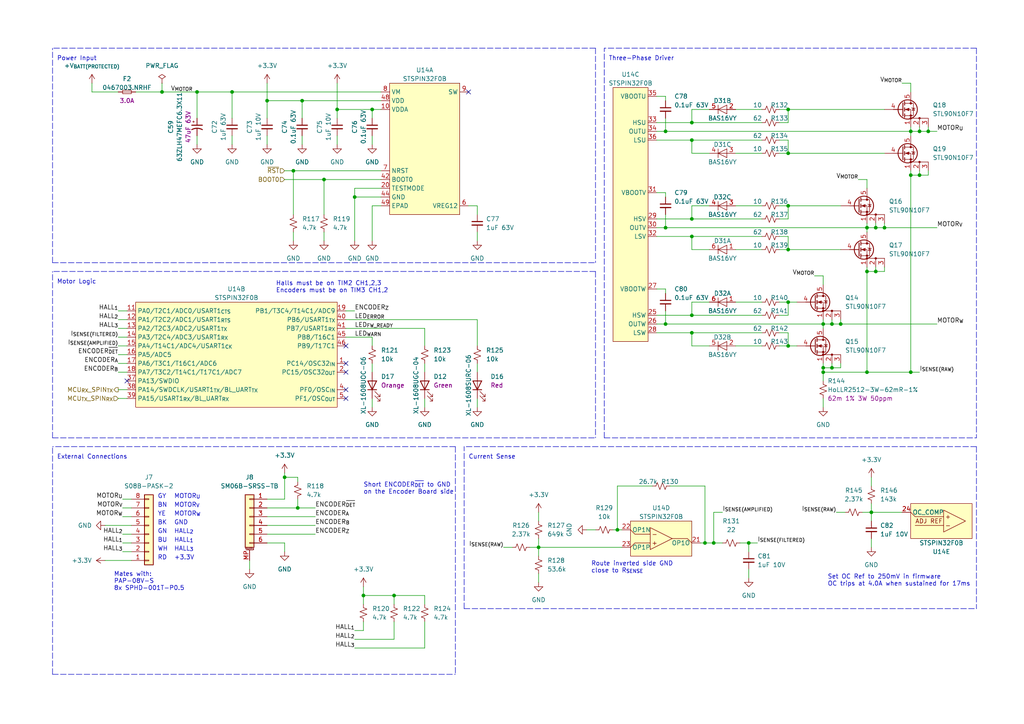
<source format=kicad_sch>
(kicad_sch (version 20230121) (generator eeschema)
  (paper "A4")
  (title_block (title "Control") (date "2023-02-21") (rev "1.0.0") (company "The A-Team (RC SSL)") (comment 1 "W. Stuckey & R. Osawa"))
  (junction (at 243.84 93.98))
  (junction (at 228.6 31.75))
  (junction (at 156.21 158.75))
  (junction (at 200.66 96.52))
  (junction (at 193.04 93.98))
  (junction (at 193.04 38.1))
  (junction (at 228.6 59.69))
  (junction (at 228.6 100.33))
  (junction (at 251.46 66.04))
  (junction (at 238.76 107.95))
  (junction (at 228.6 72.39))
  (junction (at 97.79 31.75))
  (junction (at 241.3 106.68))
  (junction (at 93.98 52.07))
  (junction (at 241.3 93.98))
  (junction (at 86.36 147.32))
  (junction (at 82.55 138.43))
  (junction (at 200.66 68.58))
  (junction (at 264.16 38.1))
  (junction (at 200.66 91.44))
  (junction (at 179.07 153.67))
  (junction (at 254 78.74))
  (junction (at 200.66 35.56))
  (junction (at 114.3 172.72))
  (junction (at 254 66.04))
  (junction (at 238.76 106.68))
  (junction (at 252.73 148.59))
  (junction (at 105.41 172.72))
  (junction (at 264.16 107.95))
  (junction (at 85.09 49.53))
  (junction (at 228.6 87.63))
  (junction (at 77.47 29.21))
  (junction (at 266.7 50.8))
  (junction (at 204.47 157.48))
  (junction (at 251.46 107.95))
  (junction (at 67.31 26.67))
  (junction (at 217.17 157.48))
  (junction (at 264.16 50.8))
  (junction (at 57.15 26.67))
  (junction (at 269.24 38.1))
  (junction (at 102.87 57.15))
  (junction (at 256.54 66.04))
  (junction (at 228.6 44.45))
  (junction (at 251.46 78.74))
  (junction (at 200.66 63.5))
  (junction (at 207.01 157.48))
  (junction (at 107.95 31.75))
  (junction (at 46.99 26.67))
  (junction (at 87.63 29.21))
  (junction (at 193.04 66.04))
  (junction (at 200.66 40.64))
  (junction (at 266.7 38.1))
  (junction (at 238.76 93.98))
  (no_connect (at 100.33 105.41))
  (no_connect (at 100.33 115.57))
  (no_connect (at 36.83 110.49))
  (no_connect (at 100.33 113.03))
  (no_connect (at 135.89 26.67))
  (no_connect (at 100.33 107.95))
  (no_connect (at 100.33 100.33))
  (polyline (pts (xy 15.24 195.58) (xy 15.24 129.54)) (stroke (width 0) (type dash)))
  (wire (pts (xy 264.16 107.95) (xy 251.46 107.95)))
  (wire (pts (xy 200.66 44.45) (xy 200.66 40.64)))
  (polyline (pts (xy 172.72 13.97) (xy 15.24 13.97)) (stroke (width 0) (type dash)))
  (wire (pts (xy 251.46 52.07) (xy 251.46 54.61)))
  (polyline (pts (xy 15.24 76.2) (xy 15.24 13.97)) (stroke (width 0) (type dash)))
  (wire (pts (xy 156.21 158.75) (xy 156.21 161.29)))
  (wire (pts (xy 228.6 68.58) (xy 228.6 72.39)))
  (wire (pts (xy 26.67 24.13) (xy 26.67 26.67)))
  (wire (pts (xy 226.06 31.75) (xy 228.6 31.75)))
  (wire (pts (xy 77.47 154.94) (xy 91.44 154.94)))
  (wire (pts (xy 251.46 77.47) (xy 251.46 78.74)))
  (wire (pts (xy 77.47 29.21) (xy 87.63 29.21)))
  (wire (pts (xy 193.04 55.88) (xy 193.04 57.15)))
  (wire (pts (xy 217.17 157.48) (xy 217.17 160.02)))
  (wire (pts (xy 36.83 97.79) (xy 34.29 97.79)))
  (wire (pts (xy 228.6 40.64) (xy 228.6 44.45)))
  (wire (pts (xy 77.47 39.37) (xy 77.47 41.91)))
  (wire (pts (xy 200.66 72.39) (xy 205.74 72.39)))
  (wire (pts (xy 200.66 87.63) (xy 200.66 91.44)))
  (wire (pts (xy 213.36 87.63) (xy 220.98 87.63)))
  (wire (pts (xy 241.3 92.71) (xy 241.3 93.98)))
  (wire (pts (xy 170.18 153.67) (xy 172.72 153.67)))
  (wire (pts (xy 226.06 59.69) (xy 228.6 59.69)))
  (wire (pts (xy 200.66 91.44) (xy 220.98 91.44)))
  (wire (pts (xy 200.66 59.69) (xy 200.66 63.5)))
  (wire (pts (xy 107.95 97.79) (xy 100.33 97.79)))
  (wire (pts (xy 87.63 29.21) (xy 110.49 29.21)))
  (wire (pts (xy 261.62 24.13) (xy 264.16 24.13)))
  (polyline (pts (xy 172.72 13.97) (xy 172.72 76.2)) (stroke (width 0) (type dash)))
  (wire (pts (xy 77.47 144.78) (xy 82.55 144.78)))
  (wire (pts (xy 123.19 115.57) (xy 123.19 118.11)))
  (wire (pts (xy 251.46 78.74) (xy 254 78.74)))
  (wire (pts (xy 238.76 106.68) (xy 241.3 106.68)))
  (wire (pts (xy 35.56 160.02) (xy 38.1 160.02)))
  (wire (pts (xy 93.98 52.07) (xy 110.49 52.07)))
  (wire (pts (xy 87.63 39.37) (xy 87.63 41.91)))
  (wire (pts (xy 269.24 49.53) (xy 269.24 50.8)))
  (polyline (pts (xy 15.24 195.58) (xy 132.08 195.58)) (stroke (width 0) (type dash)))
  (wire (pts (xy 256.54 77.47) (xy 256.54 78.74)))
  (wire (pts (xy 35.56 144.78) (xy 38.1 144.78)))
  (wire (pts (xy 193.04 93.98) (xy 193.04 90.17)))
  (wire (pts (xy 256.54 64.77) (xy 256.54 66.04)))
  (wire (pts (xy 271.78 66.04) (xy 256.54 66.04)))
  (wire (pts (xy 190.5 91.44) (xy 200.66 91.44)))
  (wire (pts (xy 114.3 172.72) (xy 123.19 172.72)))
  (polyline (pts (xy 172.72 78.74) (xy 15.24 78.74)) (stroke (width 0) (type dash)))
  (wire (pts (xy 203.2 157.48) (xy 204.47 157.48)))
  (wire (pts (xy 241.3 93.98) (xy 243.84 93.98)))
  (wire (pts (xy 35.56 154.94) (xy 38.1 154.94)))
  (polyline (pts (xy 283.21 13.97) (xy 283.21 127)) (stroke (width 0) (type dash)))
  (wire (pts (xy 34.29 113.03) (xy 36.83 113.03)))
  (wire (pts (xy 87.63 29.21) (xy 87.63 34.29)))
  (wire (pts (xy 243.84 92.71) (xy 243.84 93.98)))
  (polyline (pts (xy 132.08 129.54) (xy 15.24 129.54)) (stroke (width 0) (type dash)))
  (wire (pts (xy 100.33 92.71) (xy 138.43 92.71)))
  (wire (pts (xy 190.5 63.5) (xy 200.66 63.5)))
  (wire (pts (xy 100.33 90.17) (xy 102.87 90.17)))
  (wire (pts (xy 248.92 52.07) (xy 251.46 52.07)))
  (wire (pts (xy 238.76 115.57) (xy 238.76 118.11)))
  (wire (pts (xy 213.36 100.33) (xy 220.98 100.33)))
  (polyline (pts (xy 175.26 127) (xy 175.26 13.97)) (stroke (width 0) (type dash)))
  (wire (pts (xy 226.06 100.33) (xy 228.6 100.33)))
  (wire (pts (xy 193.04 38.1) (xy 264.16 38.1)))
  (wire (pts (xy 34.29 90.17) (xy 36.83 90.17)))
  (wire (pts (xy 228.6 59.69) (xy 228.6 63.5)))
  (wire (pts (xy 177.8 153.67) (xy 179.07 153.67)))
  (wire (pts (xy 156.21 158.75) (xy 180.34 158.75)))
  (wire (pts (xy 86.36 144.78) (xy 86.36 147.32)))
  (wire (pts (xy 228.6 31.75) (xy 228.6 35.56)))
  (wire (pts (xy 35.56 147.32) (xy 38.1 147.32)))
  (wire (pts (xy 200.66 100.33) (xy 200.66 96.52)))
  (wire (pts (xy 93.98 52.07) (xy 93.98 62.23)))
  (wire (pts (xy 228.6 87.63) (xy 231.14 87.63)))
  (wire (pts (xy 226.06 40.64) (xy 228.6 40.64)))
  (wire (pts (xy 238.76 92.71) (xy 238.76 93.98)))
  (wire (pts (xy 226.06 44.45) (xy 228.6 44.45)))
  (wire (pts (xy 190.5 35.56) (xy 200.66 35.56)))
  (wire (pts (xy 138.43 67.31) (xy 138.43 69.85)))
  (wire (pts (xy 67.31 39.37) (xy 67.31 41.91)))
  (wire (pts (xy 238.76 106.68) (xy 238.76 107.95)))
  (wire (pts (xy 46.99 24.13) (xy 46.99 26.67)))
  (wire (pts (xy 138.43 105.41) (xy 138.43 107.95)))
  (wire (pts (xy 243.84 105.41) (xy 243.84 106.68)))
  (wire (pts (xy 138.43 92.71) (xy 138.43 100.33)))
  (wire (pts (xy 57.15 26.67) (xy 57.15 34.29)))
  (wire (pts (xy 266.7 49.53) (xy 266.7 50.8)))
  (wire (pts (xy 217.17 165.1) (xy 217.17 167.64)))
  (wire (pts (xy 156.21 166.37) (xy 156.21 168.91)))
  (wire (pts (xy 193.04 83.82) (xy 193.04 85.09)))
  (wire (pts (xy 264.16 50.8) (xy 266.7 50.8)))
  (polyline (pts (xy 15.24 127) (xy 172.72 127)) (stroke (width 0) (type dash)))
  (wire (pts (xy 82.55 144.78) (xy 82.55 138.43)))
  (wire (pts (xy 156.21 148.59) (xy 156.21 151.13)))
  (wire (pts (xy 254 77.47) (xy 254 78.74)))
  (wire (pts (xy 105.41 180.34) (xy 105.41 182.88)))
  (wire (pts (xy 190.5 40.64) (xy 200.66 40.64)))
  (wire (pts (xy 85.09 67.31) (xy 85.09 69.85)))
  (wire (pts (xy 107.95 39.37) (xy 107.95 41.91)))
  (wire (pts (xy 138.43 115.57) (xy 138.43 118.11)))
  (wire (pts (xy 67.31 26.67) (xy 67.31 34.29)))
  (wire (pts (xy 238.76 93.98) (xy 241.3 93.98)))
  (wire (pts (xy 82.55 49.53) (xy 85.09 49.53)))
  (wire (pts (xy 114.3 180.34) (xy 114.3 185.42)))
  (wire (pts (xy 102.87 54.61) (xy 102.87 57.15)))
  (polyline (pts (xy 283.21 129.54) (xy 283.21 176.53)) (stroke (width 0) (type dash)))
  (wire (pts (xy 123.19 172.72) (xy 123.19 175.26)))
  (wire (pts (xy 228.6 31.75) (xy 256.54 31.75)))
  (wire (pts (xy 138.43 59.69) (xy 138.43 62.23)))
  (wire (pts (xy 179.07 153.67) (xy 179.07 140.97)))
  (wire (pts (xy 264.16 38.1) (xy 264.16 39.37)))
  (wire (pts (xy 36.83 100.33) (xy 34.29 100.33)))
  (wire (pts (xy 35.56 149.86) (xy 38.1 149.86)))
  (wire (pts (xy 179.07 140.97) (xy 189.23 140.97)))
  (wire (pts (xy 190.5 96.52) (xy 200.66 96.52)))
  (wire (pts (xy 82.55 52.07) (xy 93.98 52.07)))
  (wire (pts (xy 264.16 36.83) (xy 264.16 38.1)))
  (wire (pts (xy 105.41 172.72) (xy 105.41 175.26)))
  (wire (pts (xy 77.47 147.32) (xy 86.36 147.32)))
  (wire (pts (xy 107.95 115.57) (xy 107.95 118.11)))
  (wire (pts (xy 190.5 55.88) (xy 193.04 55.88)))
  (wire (pts (xy 93.98 67.31) (xy 93.98 69.85)))
  (wire (pts (xy 269.24 38.1) (xy 271.78 38.1)))
  (wire (pts (xy 46.99 26.67) (xy 57.15 26.67)))
  (wire (pts (xy 238.76 105.41) (xy 238.76 106.68)))
  (wire (pts (xy 82.55 138.43) (xy 82.55 137.16)))
  (wire (pts (xy 190.5 93.98) (xy 193.04 93.98)))
  (wire (pts (xy 193.04 38.1) (xy 193.04 34.29)))
  (wire (pts (xy 86.36 138.43) (xy 82.55 138.43)))
  (wire (pts (xy 205.74 31.75) (xy 200.66 31.75)))
  (wire (pts (xy 102.87 57.15) (xy 102.87 69.85)))
  (wire (pts (xy 254 78.74) (xy 256.54 78.74)))
  (wire (pts (xy 213.36 72.39) (xy 220.98 72.39)))
  (wire (pts (xy 228.6 59.69) (xy 243.84 59.69)))
  (wire (pts (xy 213.36 59.69) (xy 220.98 59.69)))
  (wire (pts (xy 205.74 59.69) (xy 200.66 59.69)))
  (wire (pts (xy 228.6 44.45) (xy 256.54 44.45)))
  (wire (pts (xy 226.06 72.39) (xy 228.6 72.39)))
  (wire (pts (xy 193.04 27.94) (xy 193.04 29.21)))
  (wire (pts (xy 34.29 95.25) (xy 36.83 95.25)))
  (wire (pts (xy 238.76 107.95) (xy 238.76 110.49)))
  (wire (pts (xy 238.76 93.98) (xy 238.76 95.25)))
  (wire (pts (xy 238.76 80.01) (xy 238.76 82.55)))
  (polyline (pts (xy 172.72 78.74) (xy 172.72 127)) (stroke (width 0) (type dash)))
  (wire (pts (xy 200.66 31.75) (xy 200.66 35.56)))
  (wire (pts (xy 251.46 107.95) (xy 251.46 78.74)))
  (wire (pts (xy 102.87 187.96) (xy 123.19 187.96)))
  (polyline (pts (xy 15.24 76.2) (xy 172.72 76.2)) (stroke (width 0) (type dash)))
  (wire (pts (xy 105.41 170.18) (xy 105.41 172.72)))
  (polyline (pts (xy 134.62 176.53) (xy 134.62 129.54)) (stroke (width 0) (type dash)))
  (wire (pts (xy 250.19 148.59) (xy 252.73 148.59)))
  (wire (pts (xy 200.66 63.5) (xy 220.98 63.5)))
  (wire (pts (xy 36.83 107.95) (xy 34.29 107.95)))
  (wire (pts (xy 254 64.77) (xy 254 66.04)))
  (wire (pts (xy 264.16 24.13) (xy 264.16 26.67)))
  (wire (pts (xy 200.66 72.39) (xy 200.66 68.58)))
  (wire (pts (xy 194.31 140.97) (xy 204.47 140.97)))
  (wire (pts (xy 57.15 26.67) (xy 67.31 26.67)))
  (wire (pts (xy 190.5 38.1) (xy 193.04 38.1)))
  (wire (pts (xy 204.47 157.48) (xy 207.01 157.48)))
  (wire (pts (xy 251.46 66.04) (xy 254 66.04)))
  (wire (pts (xy 67.31 26.67) (xy 110.49 26.67)))
  (wire (pts (xy 34.29 115.57) (xy 36.83 115.57)))
  (wire (pts (xy 252.73 138.43) (xy 252.73 140.97)))
  (wire (pts (xy 226.06 68.58) (xy 228.6 68.58)))
  (wire (pts (xy 228.6 96.52) (xy 228.6 100.33)))
  (wire (pts (xy 107.95 105.41) (xy 107.95 107.95)))
  (wire (pts (xy 156.21 156.21) (xy 156.21 158.75)))
  (wire (pts (xy 205.74 87.63) (xy 200.66 87.63)))
  (wire (pts (xy 86.36 139.7) (xy 86.36 138.43)))
  (wire (pts (xy 236.22 80.01) (xy 238.76 80.01)))
  (wire (pts (xy 36.83 102.87) (xy 34.29 102.87)))
  (wire (pts (xy 86.36 147.32) (xy 91.44 147.32)))
  (wire (pts (xy 107.95 59.69) (xy 107.95 69.85)))
  (wire (pts (xy 110.49 57.15) (xy 102.87 57.15)))
  (wire (pts (xy 72.39 162.56) (xy 72.39 165.1)))
  (wire (pts (xy 207.01 148.59) (xy 207.01 157.48)))
  (wire (pts (xy 85.09 49.53) (xy 85.09 62.23)))
  (wire (pts (xy 146.05 158.75) (xy 148.59 158.75)))
  (wire (pts (xy 207.01 157.48) (xy 209.55 157.48)))
  (wire (pts (xy 97.79 39.37) (xy 97.79 41.91)))
  (wire (pts (xy 241.3 105.41) (xy 241.3 106.68)))
  (wire (pts (xy 200.66 35.56) (xy 220.98 35.56)))
  (wire (pts (xy 100.33 95.25) (xy 123.19 95.25)))
  (wire (pts (xy 107.95 100.33) (xy 107.95 97.79)))
  (wire (pts (xy 123.19 180.34) (xy 123.19 187.96)))
  (wire (pts (xy 266.7 50.8) (xy 269.24 50.8)))
  (wire (pts (xy 269.24 36.83) (xy 269.24 38.1)))
  (wire (pts (xy 153.67 158.75) (xy 156.21 158.75)))
  (wire (pts (xy 200.66 68.58) (xy 220.98 68.58)))
  (wire (pts (xy 241.3 106.68) (xy 243.84 106.68)))
  (wire (pts (xy 105.41 172.72) (xy 114.3 172.72)))
  (wire (pts (xy 30.48 152.4) (xy 38.1 152.4)))
  (wire (pts (xy 251.46 64.77) (xy 251.46 66.04)))
  (wire (pts (xy 226.06 91.44) (xy 228.6 91.44)))
  (wire (pts (xy 102.87 182.88) (xy 105.41 182.88)))
  (wire (pts (xy 77.47 149.86) (xy 91.44 149.86)))
  (wire (pts (xy 238.76 107.95) (xy 251.46 107.95)))
  (wire (pts (xy 193.04 93.98) (xy 238.76 93.98)))
  (wire (pts (xy 226.06 96.52) (xy 228.6 96.52)))
  (wire (pts (xy 82.55 157.48) (xy 82.55 160.02)))
  (wire (pts (xy 39.37 26.67) (xy 46.99 26.67)))
  (wire (pts (xy 200.66 40.64) (xy 220.98 40.64)))
  (wire (pts (xy 77.47 24.13) (xy 77.47 29.21)))
  (wire (pts (xy 228.6 72.39) (xy 243.84 72.39)))
  (wire (pts (xy 264.16 38.1) (xy 266.7 38.1)))
  (wire (pts (xy 190.5 66.04) (xy 193.04 66.04)))
  (wire (pts (xy 85.09 49.53) (xy 110.49 49.53)))
  (wire (pts (xy 35.56 157.48) (xy 38.1 157.48)))
  (wire (pts (xy 107.95 31.75) (xy 110.49 31.75)))
  (wire (pts (xy 252.73 156.21) (xy 252.73 158.75)))
  (wire (pts (xy 97.79 31.75) (xy 107.95 31.75)))
  (wire (pts (xy 123.19 105.41) (xy 123.19 107.95)))
  (wire (pts (xy 190.5 27.94) (xy 193.04 27.94)))
  (wire (pts (xy 228.6 100.33) (xy 231.14 100.33)))
  (wire (pts (xy 264.16 49.53) (xy 264.16 50.8)))
  (wire (pts (xy 110.49 54.61) (xy 102.87 54.61)))
  (wire (pts (xy 213.36 31.75) (xy 220.98 31.75)))
  (wire (pts (xy 110.49 59.69) (xy 107.95 59.69)))
  (wire (pts (xy 264.16 107.95) (xy 266.7 107.95)))
  (wire (pts (xy 226.06 35.56) (xy 228.6 35.56)))
  (polyline (pts (xy 134.62 176.53) (xy 283.21 176.53)) (stroke (width 0) (type dash)))
  (wire (pts (xy 214.63 157.48) (xy 217.17 157.48)))
  (wire (pts (xy 30.48 162.56) (xy 38.1 162.56)))
  (wire (pts (xy 77.47 152.4) (xy 91.44 152.4)))
  (wire (pts (xy 243.84 93.98) (xy 271.78 93.98)))
  (wire (pts (xy 107.95 31.75) (xy 107.95 34.29)))
  (wire (pts (xy 213.36 44.45) (xy 220.98 44.45)))
  (wire (pts (xy 254 66.04) (xy 256.54 66.04)))
  (wire (pts (xy 190.5 83.82) (xy 193.04 83.82)))
  (wire (pts (xy 217.17 157.48) (xy 219.71 157.48)))
  (wire (pts (xy 209.55 148.59) (xy 207.01 148.59)))
  (wire (pts (xy 97.79 24.13) (xy 97.79 31.75)))
  (wire (pts (xy 97.79 31.75) (xy 97.79 34.29)))
  (wire (pts (xy 34.29 92.71) (xy 36.83 92.71)))
  (polyline (pts (xy 283.21 13.97) (xy 175.26 13.97)) (stroke (width 0) (type dash)))
  (polyline (pts (xy 175.26 127) (xy 283.21 127)) (stroke (width 0) (type dash)))
  (polyline (pts (xy 132.08 129.54) (xy 132.08 195.58)) (stroke (width 0) (type dash)))
  (wire (pts (xy 57.15 39.37) (xy 57.15 41.91)))
  (wire (pts (xy 242.57 148.59) (xy 245.11 148.59)))
  (wire (pts (xy 226.06 87.63) (xy 228.6 87.63)))
  (wire (pts (xy 266.7 38.1) (xy 269.24 38.1)))
  (wire (pts (xy 114.3 172.72) (xy 114.3 175.26)))
  (wire (pts (xy 36.83 105.41) (xy 34.29 105.41)))
  (polyline (pts (xy 15.24 127) (xy 15.24 78.74)) (stroke (width 0) (type dash)))
  (wire (pts (xy 26.67 26.67) (xy 34.29 26.67)))
  (wire (pts (xy 190.5 68.58) (xy 200.66 68.58)))
  (wire (pts (xy 252.73 148.59) (xy 261.62 148.59)))
  (wire (pts (xy 264.16 50.8) (xy 264.16 107.95)))
  (wire (pts (xy 205.74 44.45) (xy 200.66 44.45)))
  (wire (pts (xy 252.73 148.59) (xy 252.73 151.13)))
  (wire (pts (xy 193.04 66.04) (xy 193.04 62.23)))
  (wire (pts (xy 77.47 29.21) (xy 77.47 34.29)))
  (wire (pts (xy 77.47 157.48) (xy 82.55 157.48)))
  (wire (pts (xy 251.46 66.04) (xy 251.46 67.31)))
  (wire (pts (xy 266.7 36.83) (xy 266.7 38.1)))
  (wire (pts (xy 193.04 66.04) (xy 251.46 66.04)))
  (wire (pts (xy 123.19 95.25) (xy 123.19 100.33)))
  (wire (pts (xy 135.89 59.69) (xy 138.43 59.69)))
  (wire (pts (xy 179.07 153.67) (xy 180.34 153.67)))
  (wire (pts (xy 252.73 146.05) (xy 252.73 148.59)))
  (wire (pts (xy 228.6 87.63) (xy 228.6 91.44)))
  (wire (pts (xy 205.74 100.33) (xy 200.66 100.33)))
  (wire (pts (xy 200.66 96.52) (xy 220.98 96.52)))
  (polyline (pts (xy 283.21 129.54) (xy 134.62 129.54)) (stroke (width 0) (type dash)))
  (wire (pts (xy 226.06 63.5) (xy 228.6 63.5)))
  (wire (pts (xy 102.87 185.42) (xy 114.3 185.42)))
  (wire (pts (xy 204.47 157.48) (xy 204.47 140.97)))
  (text "Short ENCODER_{~{DET}} to GND\non the Encoder Board side" (at 105.41 143.51 0) (effects (font (size 1.27 1.27)) (justify left bottom)))
  (text "GY	MOTOR_{U}" (at 45.72 144.78 0) (effects (font (size 1.27 1.27)) (justify left bottom)))
  (text "YE	MOTOR_{W}" (at 45.72 149.86 0) (effects (font (size 1.27 1.27)) (justify left bottom)))
  (text "Halls must be on TIM2 CH1,2,3\nEncoders must be on TIM3 CH1,2" (at 80.01 85.09 0) (effects (font (size 1.27 1.27)) (justify left bottom)))
  (text "GN	HALL_{2}" (at 45.72 154.94 0) (effects (font (size 1.27 1.27)) (justify left bottom)))
  (text "RD	+3.3V" (at 45.72 162.56 0) (effects (font (size 1.27 1.27)) (justify left bottom)))
  (text "BN	MOTOR_{V}" (at 45.72 147.32 0) (effects (font (size 1.27 1.27)) (justify left bottom)))
  (text "Current Sense" (at 135.89 133.35 0) (effects (font (size 1.27 1.27)) (justify left bottom)))
  (text "Set OC Ref to 250mV in firmware\nOC trips at 4.0A when sustained for 17ms" (at 240.03 170.18 0) (effects (font (size 1.27 1.27)) (justify left bottom)))
  (text "External Connections" (at 16.51 133.35 0) (effects (font (size 1.27 1.27)) (justify left bottom)))
  (text "Mates with:\nPAP-08V-S\n8x SPHD-001T-P0.5" (at 33.02 171.45 0) (effects (font (size 1.27 1.27)) (justify left bottom)))
  (text "BU	HALL_{1}" (at 45.72 157.48 0) (effects (font (size 1.27 1.27)) (justify left bottom)))
  (text "BK	GND" (at 45.72 152.4 0) (effects (font (size 1.27 1.27)) (justify left bottom)))
  (text "Route inverted side GND\nclose to R_{SENSE}" (at 171.45 166.37 0) (effects (font (size 1.27 1.27)) (justify left bottom)))
  (text "WH	HALL_{3}" (at 45.72 160.02 0) (effects (font (size 1.27 1.27)) (justify left bottom)))
  (text "Motor Logic" (at 16.51 82.55 0) (effects (font (size 1.27 1.27)) (justify left bottom)))
  (text "Power Input" (at 16.51 17.78 0) (effects (font (size 1.27 1.27)) (justify left bottom)))
  (text "Three-Phase Driver" (at 176.53 17.78 0) (effects (font (size 1.27 1.27)) (justify left bottom)))
  (label "MOTOR_{V}" (at 271.78 66.04 0))
  (label "MOTOR_{U}" (at 35.56 144.78 180))
  (label "HALL_{2}" (at 102.87 185.42 180))
  (label "V_{MOTOR}" (at 248.92 52.07 180))
  (label "V_{MOTOR}" (at 261.62 24.13 180))
  (label "HALL_{3}" (at 34.29 95.25 180))
  (label "V_{MOTOR}" (at 49.53 26.67 0))
  (label "ENCODER_{~{DET}}" (at 91.44 147.32 0))
  (label "ENCODER_{Z}" (at 91.44 154.94 0))
  (label "I_{SENSE(AMPLIFIED)}" (at 209.55 148.59 0))
  (label "ENCODER_{A}" (at 34.29 105.41 180))
  (label "MOTOR_{U}" (at 271.78 38.1 0))
  (label "ENCODER_{A}" (at 91.44 149.86 0))
  (label "LED_{ERROR}" (at 102.87 92.71 0))
  (label "MOTOR_{W}" (at 35.56 149.86 180))
  (label "HALL_{2}" (at 35.56 154.94 180))
  (label "I_{SENSE(FILTERED)}" (at 219.71 157.48 0))
  (label "I_{SENSE(FILTERED)}" (at 34.29 97.79 180))
  (label "MOTOR_{W}" (at 271.78 93.98 0))
  (label "I_{SENSE(RAW)}" (at 146.05 158.75 180))
  (label "ENCODER_{Z}" (at 102.87 90.17 0))
  (label "V_{MOTOR}" (at 236.22 80.01 180))
  (label "I_{SENSE(RAW)}" (at 242.57 148.59 180))
  (label "HALL_{1}" (at 35.56 157.48 180))
  (label "ENCODER_{B}" (at 91.44 152.4 0))
  (label "HALL_{1}" (at 102.87 182.88 180))
  (label "HALL_{3}" (at 102.87 187.96 180))
  (label "I_{SENSE(AMPLIFIED)}" (at 34.29 100.33 180))
  (label "HALL_{2}" (at 34.29 92.71 180))
  (label "ENCODER_{B}" (at 34.29 107.95 180))
  (label "LED_{FW_READY}" (at 102.87 95.25 0))
  (label "LED_{WARN}" (at 102.87 97.79 0))
  (label "HALL_{1}" (at 34.29 90.17 180))
  (label "HALL_{3}" (at 35.56 160.02 180))
  (label "MOTOR_{V}" (at 35.56 147.32 180))
  (label "I_{SENSE(RAW)}" (at 266.7 107.95 0))
  (label "ENCODER_{~{DET}}" (at 34.29 102.87 180))
  (hierarchical_label "~{RST}" (shape input) (at 82.55 49.53 180))
  (hierarchical_label "MCU_{RX}_SPIN_{TX}" (shape output) (at 34.29 113.03 180))
  (hierarchical_label "BOOT0" (shape input) (at 82.55 52.07 180))
  (hierarchical_label "MCU_{TX}_SPIN_{RX}" (shape input) (at 34.29 115.57 180))
  (symbol (lib_id "Diode:BAS16VY") (at 209.55 72.39 0) (unit 1)
    (property "Reference" "D31" (at 209.55 69.85 0))
    (property "Value" "BAS16VY" (at 209.55 74.93 0))
    (property "Footprint" "Package_TO_SOT_SMD:SOT-363_SC-70-6" (effects hide))
    (property "Datasheet" "https://assets.nexperia.com/documents/data-sheet/BAS16_SER.pdf" (effects hide))
    (instances (project "control" (path "" (reference "D31") (unit 1)) (path "" (reference "D26") (unit 1)) (path "" (reference "D41") (unit 1)) (path "" (reference "D36") (unit 1)) (path "" (reference "D46") (unit 1))))
  )
  (symbol (lib_id "Device:LED") (at 107.95 111.76 90) (unit 1)
    (property "Reference" "D17" (at 110.49 109.22 90) (effects (justify right)))
    (property "Value" "XL-1608UOC-06" (at 105.41 111.76 0))
    (property "Footprint" "AT-LED:LED0603" (effects hide))
    (property "Value2" "Orange" (at 110.49 111.76 90) (effects (justify right)))
    (instances (project "control" (path "" (reference "D17") (unit 1)) (path "" (reference "D23") (unit 1)) (path "" (reference "D28") (unit 1)) (path "" (reference "D33") (unit 1)) (path "" (reference "D38") (unit 1)) (path "" (reference "D43") (unit 1))))
  )
  (symbol (lib_id "power:GND") (at 107.95 69.85 0) (unit 1)
    (property "Reference" "#PWR0188" (effects hide))
    (property "Value" "GND" (at 107.95 74.93 0))
    (instances (project "control" (path "" (reference "#PWR0188") (unit 1)) (path "" (reference "#PWR0158") (unit 1)) (path "" (reference "#PWR0248") (unit 1)) (path "" (reference "#PWR0218") (unit 1)) (path "" (reference "#PWR0278") (unit 1))))
  )
  (symbol (lib_id "AT-Transistors:Q_NMOS_SGD_PowerPAK") (at 236.22 87.63 0) (unit 1)
    (property "Reference" "Q14" (at 245.11 86.3599 0) (effects (justify left)))
    (property "Value" "STL90N10F7" (at 245.11 88.8999 0) (effects (justify left)))
    (property "Footprint" "AT-Discrete:PowerFLAT_5x6" (effects hide))
    (instances (project "control" (path "" (reference "Q14") (unit 1)) (path "" (reference "Q8") (unit 1)) (path "" (reference "Q26") (unit 1)) (path "" (reference "Q20") (unit 1)) (path "" (reference "Q32") (unit 1))))
  )
  (symbol (lib_id "power:GND") (at 156.21 168.91 0) (unit 1)
    (property "Reference" "#PWR0194" (effects hide))
    (property "Value" "GND" (at 156.21 173.99 0))
    (instances (project "control" (path "" (reference "#PWR0194") (unit 1)) (path "" (reference "#PWR0164") (unit 1)) (path "" (reference "#PWR0254") (unit 1)) (path "" (reference "#PWR0224") (unit 1)) (path "" (reference "#PWR0284") (unit 1))))
  )
  (symbol (lib_id "Device:Fuse_Small") (at 36.83 26.67 0) (unit 1)
    (property "Reference" "F2" (at 36.83 22.86 0))
    (property "Value" "0467003.NRHF\n" (at 36.83 25.4 0))
    (property "Footprint" "Fuse:Fuse_0603_1608Metric" (effects hide))
    (property "Value2" "3.0A" (at 36.83 29.21 0))
    (instances (project "kicker" (path "" (reference "F2") (unit 1))) (project "control" (path "" (reference "F4") (unit 1)) (path "" (reference "F10") (unit 1)) (path "" (reference "F11") (unit 1)) (path "" (reference "F12") (unit 1)) (path "" (reference "F13") (unit 1)) (path "" (reference "F14") (unit 1))))
  )
  (symbol (lib_id "Diode:BAS16VY") (at 209.55 87.63 0) (unit 1)
    (property "Reference" "D32" (at 209.55 85.09 0))
    (property "Value" "BAS16VY" (at 209.55 90.17 0))
    (property "Footprint" "Package_TO_SOT_SMD:SOT-363_SC-70-6" (effects hide))
    (property "Datasheet" "https://assets.nexperia.com/documents/data-sheet/BAS16_SER.pdf" (effects hide))
    (instances (project "control" (path "" (reference "D32") (unit 1)) (path "" (reference "D27") (unit 1)) (path "" (reference "D42") (unit 1)) (path "" (reference "D37") (unit 1)) (path "" (reference "D47") (unit 1))))
  )
  (symbol (lib_id "Device:R_Small_US") (at 223.52 72.39 90) (unit 1)
    (property "Reference" "R139" (at 226.06 71.12 90))
    (property "Value" "10" (at 219.71 71.12 90))
    (property "Footprint" "Resistor_SMD:R_0402_1005Metric" (effects hide))
    (instances (project "control" (path "" (reference "R139") (unit 1)) (path "" (reference "R109") (unit 1)) (path "" (reference "R199") (unit 1)) (path "" (reference "R169") (unit 1)) (path "" (reference "R229") (unit 1))))
  )
  (symbol (lib_id "Connector_Generic:Conn_01x08") (at 43.18 154.94 0) (mirror x) (unit 1)
    (property "Reference" "J7" (at 43.18 138.43 0))
    (property "Value" "S08B-PASK-2" (at 43.18 140.97 0))
    (property "Footprint" "AT-Connectors:JST_PA_S08B-PASK-2_1x08_P2.00mm_Horizontal" (effects hide))
    (instances (project "control" (path "" (reference "J7") (unit 1)) (path "" (reference "J5") (unit 1)) (path "" (reference "J9") (unit 1)) (path "" (reference "J11") (unit 1)) (path "" (reference "J13") (unit 1))))
  )
  (symbol (lib_id "power:GND") (at 217.17 167.64 0) (unit 1)
    (property "Reference" "#PWR0196" (effects hide))
    (property "Value" "GND" (at 217.17 172.72 0))
    (instances (project "control" (path "" (reference "#PWR0196") (unit 1)) (path "" (reference "#PWR0166") (unit 1)) (path "" (reference "#PWR0256") (unit 1)) (path "" (reference "#PWR0226") (unit 1)) (path "" (reference "#PWR0286") (unit 1))))
  )
  (symbol (lib_id "power:GND") (at 30.48 152.4 270) (mirror x) (unit 1)
    (property "Reference" "#PWR0171" (effects hide))
    (property "Value" "GND" (at 26.67 152.4 90) (effects (justify right)))
    (instances (project "control" (path "" (reference "#PWR0171") (unit 1)) (path "" (reference "#PWR0141") (unit 1)) (path "" (reference "#PWR0231") (unit 1)) (path "" (reference "#PWR0201") (unit 1)) (path "" (reference "#PWR0261") (unit 1))))
  )
  (symbol (lib_id "Diode:BAS16VY") (at 209.55 100.33 0) (unit 2)
    (property "Reference" "D32" (at 209.55 97.79 0))
    (property "Value" "BAS16VY" (at 209.55 102.87 0))
    (property "Footprint" "Package_TO_SOT_SMD:SOT-363_SC-70-6" (effects hide))
    (property "Datasheet" "https://assets.nexperia.com/documents/data-sheet/BAS16_SER.pdf" (effects hide))
    (instances (project "control" (path "" (reference "D32") (unit 2)) (path "" (reference "D27") (unit 2)) (path "" (reference "D42") (unit 2)) (path "" (reference "D37") (unit 2)) (path "" (reference "D47") (unit 2))))
  )
  (symbol (lib_id "power:GND") (at 107.95 41.91 0) (unit 1)
    (property "Reference" "#PWR0187" (effects hide))
    (property "Value" "GND" (at 107.95 46.99 0))
    (instances (project "control" (path "" (reference "#PWR0187") (unit 1)) (path "" (reference "#PWR0157") (unit 1)) (path "" (reference "#PWR0247") (unit 1)) (path "" (reference "#PWR0217") (unit 1)) (path "" (reference "#PWR0277") (unit 1))))
  )
  (symbol (lib_id "Device:C_Small") (at 67.31 36.83 0) (unit 1)
    (property "Reference" "C72" (at 62.23 36.83 90))
    (property "Value" "1uF 63V" (at 64.77 36.83 90))
    (property "Footprint" "Capacitor_SMD:C_1206_3216Metric" (effects hide))
    (instances (project "control" (path "" (reference "C72") (unit 1)) (path "" (reference "C60") (unit 1)) (path "" (reference "C96") (unit 1)) (path "" (reference "C84") (unit 1)) (path "" (reference "C108") (unit 1))))
  )
  (symbol (lib_id "power:+3.3V") (at 97.79 24.13 0) (unit 1)
    (property "Reference" "#PWR0183" (effects hide))
    (property "Value" "+3.3V" (at 97.79 19.05 0))
    (instances (project "control" (path "" (reference "#PWR0183") (unit 1)) (path "" (reference "#PWR0153") (unit 1)) (path "" (reference "#PWR0243") (unit 1)) (path "" (reference "#PWR0213") (unit 1)) (path "" (reference "#PWR0273") (unit 1))))
  )
  (symbol (lib_id "Device:R_Small_US") (at 223.52 100.33 90) (unit 1)
    (property "Reference" "R143" (at 226.06 99.06 90))
    (property "Value" "10" (at 219.71 99.06 90))
    (property "Footprint" "Resistor_SMD:R_0402_1005Metric" (effects hide))
    (instances (project "control" (path "" (reference "R143") (unit 1)) (path "" (reference "R113") (unit 1)) (path "" (reference "R203") (unit 1)) (path "" (reference "R173") (unit 1)) (path "" (reference "R233") (unit 1))))
  )
  (symbol (lib_id "Device:R_Small_US") (at 223.52 40.64 90) (unit 1)
    (property "Reference" "R134" (at 226.06 39.37 90))
    (property "Value" "62" (at 219.71 39.37 90))
    (property "Footprint" "Resistor_SMD:R_0402_1005Metric" (effects hide))
    (instances (project "control" (path "" (reference "R134") (unit 1)) (path "" (reference "R104") (unit 1)) (path "" (reference "R194") (unit 1)) (path "" (reference "R164") (unit 1)) (path "" (reference "R224") (unit 1))))
  )
  (symbol (lib_id "Device:C_Small") (at 138.43 64.77 0) (unit 1)
    (property "Reference" "C77" (at 140.97 63.4999 0) (effects (justify left)))
    (property "Value" "1uF 63V" (at 140.97 66.0399 0) (effects (justify left)))
    (property "Footprint" "Capacitor_SMD:C_1206_3216Metric" (effects hide))
    (instances (project "control" (path "" (reference "C77") (unit 1)) (path "" (reference "C65") (unit 1)) (path "" (reference "C101") (unit 1)) (path "" (reference "C89") (unit 1)) (path "" (reference "C113") (unit 1))))
  )
  (symbol (lib_id "Device:R_Small_US") (at 85.09 64.77 0) (mirror x) (unit 1)
    (property "Reference" "R117" (at 87.63 63.5 0) (effects (justify left)))
    (property "Value" "4.7k" (at 87.63 66.04 0) (effects (justify left)))
    (property "Footprint" "Resistor_SMD:R_0402_1005Metric" (effects hide))
    (instances (project "control" (path "" (reference "R117") (unit 1)) (path "" (reference "R87") (unit 1)) (path "" (reference "R177") (unit 1)) (path "" (reference "R147") (unit 1)) (path "" (reference "R207") (unit 1))))
  )
  (symbol (lib_id "power:GND") (at 123.19 118.11 0) (unit 1)
    (property "Reference" "#PWR0190" (effects hide))
    (property "Value" "GND" (at 123.19 123.19 0))
    (instances (project "control" (path "" (reference "#PWR0190") (unit 1)) (path "" (reference "#PWR0160") (unit 1)) (path "" (reference "#PWR0250") (unit 1)) (path "" (reference "#PWR0220") (unit 1)) (path "" (reference "#PWR0280") (unit 1))))
  )
  (symbol (lib_id "Device:R_Small_US") (at 86.36 142.24 0) (mirror x) (unit 1)
    (property "Reference" "R118" (at 88.9 140.97 0) (effects (justify left)))
    (property "Value" "4.7k" (at 88.9 143.51 0) (effects (justify left)))
    (property "Footprint" "Resistor_SMD:R_0402_1005Metric" (effects hide))
    (instances (project "control" (path "" (reference "R118") (unit 1)) (path "" (reference "R88") (unit 1)) (path "" (reference "R178") (unit 1)) (path "" (reference "R148") (unit 1)) (path "" (reference "R208") (unit 1))))
  )
  (symbol (lib_id "Device:R_Small_US") (at 114.3 177.8 0) (unit 1)
    (property "Reference" "R122" (at 116.84 176.5299 0) (effects (justify left)))
    (property "Value" "4.7k" (at 116.84 179.0699 0) (effects (justify left)))
    (property "Footprint" "Resistor_SMD:R_0402_1005Metric" (effects hide))
    (instances (project "control" (path "" (reference "R122") (unit 1)) (path "" (reference "R92") (unit 1)) (path "" (reference "R182") (unit 1)) (path "" (reference "R152") (unit 1)) (path "" (reference "R212") (unit 1))))
  )
  (symbol (lib_id "power:GND") (at 97.79 41.91 0) (unit 1)
    (property "Reference" "#PWR0184" (effects hide))
    (property "Value" "GND" (at 97.79 46.99 0))
    (instances (project "control" (path "" (reference "#PWR0184") (unit 1)) (path "" (reference "#PWR0154") (unit 1)) (path "" (reference "#PWR0244") (unit 1)) (path "" (reference "#PWR0214") (unit 1)) (path "" (reference "#PWR0274") (unit 1))))
  )
  (symbol (lib_id "Diode:BAS16VY") (at 209.55 44.45 0) (unit 3)
    (property "Reference" "D31" (at 209.55 41.91 0))
    (property "Value" "BAS16VY" (at 209.55 46.99 0))
    (property "Footprint" "Package_TO_SOT_SMD:SOT-363_SC-70-6" (effects hide))
    (property "Datasheet" "https://assets.nexperia.com/documents/data-sheet/BAS16_SER.pdf" (effects hide))
    (instances (project "control" (path "" (reference "D31") (unit 3)) (path "" (reference "D26") (unit 3)) (path "" (reference "D41") (unit 3)) (path "" (reference "D36") (unit 3)) (path "" (reference "D46") (unit 3))))
  )
  (symbol (lib_id "power:GND") (at 72.39 165.1 0) (mirror y) (unit 1)
    (property "Reference" "#PWR0175" (effects hide))
    (property "Value" "GND" (at 72.39 170.18 0))
    (instances (project "control" (path "" (reference "#PWR0175") (unit 1)) (path "" (reference "#PWR0145") (unit 1)) (path "" (reference "#PWR0235") (unit 1)) (path "" (reference "#PWR0205") (unit 1)) (path "" (reference "#PWR0265") (unit 1))))
  )
  (symbol (lib_id "AT-Transistors:Q_NMOS_SGD_PowerPAK") (at 261.62 44.45 0) (unit 1)
    (property "Reference" "Q19" (at 270.51 43.1799 0) (effects (justify left)))
    (property "Value" "STL90N10F7" (at 270.51 45.7199 0) (effects (justify left)))
    (property "Footprint" "AT-Discrete:PowerFLAT_5x6" (effects hide))
    (instances (project "control" (path "" (reference "Q19") (unit 1)) (path "" (reference "Q13") (unit 1)) (path "" (reference "Q31") (unit 1)) (path "" (reference "Q25") (unit 1)) (path "" (reference "Q37") (unit 1))))
  )
  (symbol (lib_id "Device:R_Small_US") (at 223.52 63.5 90) (unit 1)
    (property "Reference" "R137" (at 226.06 62.23 90))
    (property "Value" "62" (at 219.71 62.23 90))
    (property "Footprint" "Resistor_SMD:R_0402_1005Metric" (effects hide))
    (instances (project "control" (path "" (reference "R137") (unit 1)) (path "" (reference "R107") (unit 1)) (path "" (reference "R197") (unit 1)) (path "" (reference "R167") (unit 1)) (path "" (reference "R227") (unit 1))))
  )
  (symbol (lib_id "power:+3.3V") (at 105.41 170.18 0) (unit 1)
    (property "Reference" "#PWR0186" (effects hide))
    (property "Value" "+3.3V" (at 105.41 165.1 0))
    (instances (project "control" (path "" (reference "#PWR0186") (unit 1)) (path "" (reference "#PWR0156") (unit 1)) (path "" (reference "#PWR0246") (unit 1)) (path "" (reference "#PWR0216") (unit 1)) (path "" (reference "#PWR0276") (unit 1))))
  )
  (symbol (lib_id "Device:C_Small") (at 193.04 59.69 0) (unit 1)
    (property "Reference" "C79" (at 195.58 55.88 0) (effects (justify left)))
    (property "Value" "0.1uF 63V" (at 195.58 58.42 0) (effects (justify left)))
    (property "Footprint" "Capacitor_SMD:C_0402_1005Metric" (effects hide))
    (instances (project "control" (path "" (reference "C79") (unit 1)) (path "" (reference "C67") (unit 1)) (path "" (reference "C103") (unit 1)) (path "" (reference "C91") (unit 1)) (path "" (reference "C115") (unit 1))))
  )
  (symbol (lib_id "power:GND") (at 57.15 41.91 0) (unit 1)
    (property "Reference" "#PWR0173" (effects hide))
    (property "Value" "GND" (at 57.15 46.99 0))
    (instances (project "control" (path "" (reference "#PWR0173") (unit 1)) (path "" (reference "#PWR0143") (unit 1)) (path "" (reference "#PWR0233") (unit 1)) (path "" (reference "#PWR0203") (unit 1)) (path "" (reference "#PWR0263") (unit 1))))
  )
  (symbol (lib_id "Device:R_Small_US") (at 247.65 148.59 90) (unit 1)
    (property "Reference" "R145" (at 247.65 142.24 90))
    (property "Value" "2.37k" (at 247.65 144.78 90))
    (property "Footprint" "Resistor_SMD:R_0402_1005Metric" (effects hide))
    (instances (project "control" (path "" (reference "R145") (unit 1)) (path "" (reference "R115") (unit 1)) (path "" (reference "R205") (unit 1)) (path "" (reference "R175") (unit 1)) (path "" (reference "R235") (unit 1))))
  )
  (symbol (lib_id "AT-PowerIC:STSPIN32F0B") (at 191.77 156.21 0) (mirror x) (unit 4)
    (property "Reference" "U14" (at 191.77 147.32 0))
    (property "Value" "STSPIN32F0B" (at 191.77 149.86 0))
    (property "Footprint" "AT-IC:QFN-48-1EP_7x7mm_P0.5mm_EP2.8x2.8mm" (effects hide))
    (property "Datasheet" "https://www.st.com/resource/en/datasheet/stspin32f0b.pdf" (effects hide))
    (instances (project "control" (path "" (reference "U14") (unit 4)) (path "" (reference "U10") (unit 4)) (path "" (reference "U11") (unit 4)) (path "" (reference "U12") (unit 4)) (path "" (reference "U13") (unit 4))))
  )
  (symbol (lib_id "Connector_Generic_MountingPin:Conn_01x06_MountingPin") (at 72.39 149.86 0) (mirror y) (unit 1)
    (property "Reference" "J8" (at 72.39 138.43 0))
    (property "Value" "SM06B-SRSS-TB" (at 72.39 140.97 0))
    (property "Footprint" "Connector_JST:JST_SH_SM06B-SRSS-TB_1x06-1MP_P1.00mm_Horizontal" (effects hide))
    (instances (project "control" (path "" (reference "J8") (unit 1)) (path "" (reference "J6") (unit 1)) (path "" (reference "J12") (unit 1)) (path "" (reference "J10") (unit 1)) (path "" (reference "J14") (unit 1))))
  )
  (symbol (lib_id "Diode:BAS16VY") (at 209.55 59.69 0) (unit 3)
    (property "Reference" "D32" (at 209.55 57.15 0))
    (property "Value" "BAS16VY" (at 209.55 62.23 0))
    (property "Footprint" "Package_TO_SOT_SMD:SOT-363_SC-70-6" (effects hide))
    (property "Datasheet" "https://assets.nexperia.com/documents/data-sheet/BAS16_SER.pdf" (effects hide))
    (instances (project "control" (path "" (reference "D32") (unit 3)) (path "" (reference "D27") (unit 3)) (path "" (reference "D42") (unit 3)) (path "" (reference "D37") (unit 3)) (path "" (reference "D47") (unit 3))))
  )
  (symbol (lib_id "Device:C_Small") (at 193.04 87.63 0) (unit 1)
    (property "Reference" "C80" (at 195.58 83.82 0) (effects (justify left)))
    (property "Value" "0.1uF 63V" (at 195.58 86.36 0) (effects (justify left)))
    (property "Footprint" "Capacitor_SMD:C_0402_1005Metric" (effects hide))
    (instances (project "control" (path "" (reference "C80") (unit 1)) (path "" (reference "C68") (unit 1)) (path "" (reference "C104") (unit 1)) (path "" (reference "C92") (unit 1)) (path "" (reference "C116") (unit 1))))
  )
  (symbol (lib_id "Device:R_Small_US") (at 223.52 31.75 90) (unit 1)
    (property "Reference" "R132" (at 226.06 30.48 90))
    (property "Value" "10" (at 219.71 30.48 90))
    (property "Footprint" "Resistor_SMD:R_0402_1005Metric" (effects hide))
    (instances (project "control" (path "" (reference "R132") (unit 1)) (path "" (reference "R102") (unit 1)) (path "" (reference "R192") (unit 1)) (path "" (reference "R162") (unit 1)) (path "" (reference "R222") (unit 1))))
  )
  (symbol (lib_id "power:+3.3V") (at 252.73 138.43 0) (unit 1)
    (property "Reference" "#PWR0198" (effects hide))
    (property "Value" "+3.3V" (at 252.73 133.35 0))
    (instances (project "control" (path "" (reference "#PWR0198") (unit 1)) (path "" (reference "#PWR0168") (unit 1)) (path "" (reference "#PWR0258") (unit 1)) (path "" (reference "#PWR0228") (unit 1)) (path "" (reference "#PWR0288") (unit 1))))
  )
  (symbol (lib_id "Device:R_Small_US") (at 93.98 64.77 0) (unit 1)
    (property "Reference" "R119" (at 96.52 63.4999 0) (effects (justify left)))
    (property "Value" "4.7k" (at 96.52 66.0399 0) (effects (justify left)))
    (property "Footprint" "Resistor_SMD:R_0402_1005Metric" (effects hide))
    (instances (project "control" (path "" (reference "R119") (unit 1)) (path "" (reference "R89") (unit 1)) (path "" (reference "R179") (unit 1)) (path "" (reference "R149") (unit 1)) (path "" (reference "R209") (unit 1))))
  )
  (symbol (lib_id "AT-Supplies:+V_{BATT(PROTECTED)}") (at 26.67 24.13 0) (unit 1) (in_bom no) (on_board no)
    (property "Reference" "#PWR0170" (effects hide))
    (property "Value" "+V_{BATT(PROTECTED)}" (at 26.672 19.05 0))
    (instances (project "control" (path "" (reference "#PWR0170") (unit 1)) (path "" (reference "#PWR0140") (unit 1)) (path "" (reference "#PWR0230") (unit 1)) (path "" (reference "#PWR0200") (unit 1)) (path "" (reference "#PWR0260") (unit 1))))
  )
  (symbol (lib_id "Device:R_Small_US") (at 223.52 87.63 90) (unit 1)
    (property "Reference" "R140" (at 226.06 86.36 90))
    (property "Value" "10" (at 219.71 86.36 90))
    (property "Footprint" "Resistor_SMD:R_0402_1005Metric" (effects hide))
    (instances (project "control" (path "" (reference "R140") (unit 1)) (path "" (reference "R110") (unit 1)) (path "" (reference "R200") (unit 1)) (path "" (reference "R170") (unit 1)) (path "" (reference "R230") (unit 1))))
  )
  (symbol (lib_id "AT-PowerIC:STSPIN32F0B") (at 123.19 43.18 0) (unit 1)
    (property "Reference" "U14" (at 123.19 20.32 0))
    (property "Value" "STSPIN32F0B" (at 123.19 22.86 0))
    (property "Footprint" "AT-IC:QFN-48-1EP_7x7mm_P0.5mm_EP2.8x2.8mm" (effects hide))
    (property "Datasheet" "https://www.st.com/resource/en/datasheet/stspin32f0b.pdf" (effects hide))
    (instances (project "control" (path "" (reference "U14") (unit 1)) (path "" (reference "U10") (unit 1)) (path "" (reference "U11") (unit 1)) (path "" (reference "U12") (unit 1)) (path "" (reference "U13") (unit 1))))
  )
  (symbol (lib_id "Device:R_Small_US") (at 156.21 153.67 0) (unit 1)
    (property "Reference" "R127" (at 158.75 152.3999 0) (effects (justify left)))
    (property "Value" "649k" (at 158.75 154.9399 0) (effects (justify left)))
    (property "Footprint" "Resistor_SMD:R_0402_1005Metric" (effects hide))
    (instances (project "control" (path "" (reference "R127") (unit 1)) (path "" (reference "R97") (unit 1)) (path "" (reference "R187") (unit 1)) (path "" (reference "R157") (unit 1)) (path "" (reference "R217") (unit 1))))
  )
  (symbol (lib_id "power:+3.3V") (at 82.55 137.16 0) (mirror y) (unit 1)
    (property "Reference" "#PWR0178" (effects hide))
    (property "Value" "+3.3V" (at 82.55 132.08 0))
    (instances (project "control" (path "" (reference "#PWR0178") (unit 1)) (path "" (reference "#PWR0148") (unit 1)) (path "" (reference "#PWR0238") (unit 1)) (path "" (reference "#PWR0208") (unit 1)) (path "" (reference "#PWR0268") (unit 1))))
  )
  (symbol (lib_id "power:GND") (at 67.31 41.91 0) (unit 1)
    (property "Reference" "#PWR0174" (effects hide))
    (property "Value" "GND" (at 67.31 46.99 0))
    (instances (project "control" (path "" (reference "#PWR0174") (unit 1)) (path "" (reference "#PWR0144") (unit 1)) (path "" (reference "#PWR0234") (unit 1)) (path "" (reference "#PWR0204") (unit 1)) (path "" (reference "#PWR0264") (unit 1))))
  )
  (symbol (lib_id "Device:R_Small_US") (at 107.95 102.87 0) (unit 1)
    (property "Reference" "R121" (at 110.49 101.5999 0) (effects (justify left)))
    (property "Value" "10k" (at 110.49 104.1399 0) (effects (justify left)))
    (property "Footprint" "Resistor_SMD:R_0402_1005Metric" (effects hide))
    (instances (project "control" (path "" (reference "R121") (unit 1)) (path "" (reference "R91") (unit 1)) (path "" (reference "R181") (unit 1)) (path "" (reference "R151") (unit 1)) (path "" (reference "R211") (unit 1))))
  )
  (symbol (lib_id "Device:C_Small") (at 252.73 153.67 0) (unit 1)
    (property "Reference" "C82" (at 255.27 152.4062 0) (effects (justify left)))
    (property "Value" "1uF 10V" (at 255.27 154.9462 0) (effects (justify left)))
    (property "Footprint" "Capacitor_SMD:C_0402_1005Metric" (effects hide))
    (instances (project "control" (path "" (reference "C82") (unit 1)) (path "" (reference "C70") (unit 1)) (path "" (reference "C106") (unit 1)) (path "" (reference "C94") (unit 1)) (path "" (reference "C118") (unit 1))))
  )
  (symbol (lib_id "AT-Transistors:Q_NMOS_SGD_PowerPAK") (at 248.92 72.39 0) (unit 1)
    (property "Reference" "Q17" (at 257.81 71.1199 0) (effects (justify left)))
    (property "Value" "STL90N10F7" (at 257.81 73.6599 0) (effects (justify left)))
    (property "Footprint" "AT-Discrete:PowerFLAT_5x6" (effects hide))
    (instances (project "control" (path "" (reference "Q17") (unit 1)) (path "" (reference "Q11") (unit 1)) (path "" (reference "Q29") (unit 1)) (path "" (reference "Q23") (unit 1)) (path "" (reference "Q35") (unit 1))))
  )
  (symbol (lib_id "Device:R_Small_US") (at 223.52 91.44 90) (unit 1)
    (property "Reference" "R141" (at 226.06 90.17 90))
    (property "Value" "62" (at 219.71 90.17 90))
    (property "Footprint" "Resistor_SMD:R_0402_1005Metric" (effects hide))
    (instances (project "control" (path "" (reference "R141") (unit 1)) (path "" (reference "R111") (unit 1)) (path "" (reference "R201") (unit 1)) (path "" (reference "R171") (unit 1)) (path "" (reference "R231") (unit 1))))
  )
  (symbol (lib_id "Device:C_Small") (at 107.95 36.83 0) (unit 1)
    (property "Reference" "C76" (at 102.87 36.83 90))
    (property "Value" "0.1uF 63V" (at 105.41 36.83 90))
    (property "Footprint" "Capacitor_SMD:C_0402_1005Metric" (effects hide))
    (instances (project "control" (path "" (reference "C76") (unit 1)) (path "" (reference "C64") (unit 1)) (path "" (reference "C100") (unit 1)) (path "" (reference "C88") (unit 1)) (path "" (reference "C112") (unit 1))))
  )
  (symbol (lib_id "AT-Transistors:Q_NMOS_SGD_PowerPAK") (at 261.62 31.75 0) (unit 1)
    (property "Reference" "Q18" (at 270.51 30.4799 0) (effects (justify left)))
    (property "Value" "STL90N10F7" (at 270.51 33.0199 0) (effects (justify left)))
    (property "Footprint" "AT-Discrete:PowerFLAT_5x6" (effects hide))
    (instances (project "control" (path "" (reference "Q18") (unit 1)) (path "" (reference "Q12") (unit 1)) (path "" (reference "Q30") (unit 1)) (path "" (reference "Q24") (unit 1)) (path "" (reference "Q36") (unit 1))))
  )
  (symbol (lib_id "Device:LED") (at 123.19 111.76 90) (unit 1)
    (property "Reference" "D12" (at 125.73 109.22 90) (effects (justify right)))
    (property "Value" "XL-1608UGC-04" (at 120.65 111.76 0))
    (property "Footprint" "AT-LED:LED0603" (effects hide))
    (property "Value2" "Green" (at 125.73 111.76 90) (effects (justify right)))
    (instances (project "control" (path "" (reference "D12") (unit 1)) (path "" (reference "D24") (unit 1)) (path "" (reference "D29") (unit 1)) (path "" (reference "D34") (unit 1)) (path "" (reference "D39") (unit 1)) (path "" (reference "D44") (unit 1))))
  )
  (symbol (lib_id "power:+3.3V") (at 77.47 24.13 0) (unit 1)
    (property "Reference" "#PWR0176" (effects hide))
    (property "Value" "+3.3V" (at 77.47 19.05 0))
    (instances (project "control" (path "" (reference "#PWR0176") (unit 1)) (path "" (reference "#PWR0146") (unit 1)) (path "" (reference "#PWR0236") (unit 1)) (path "" (reference "#PWR0206") (unit 1)) (path "" (reference "#PWR0266") (unit 1))))
  )
  (symbol (lib_id "Device:C_Small") (at 217.17 162.56 0) (unit 1)
    (property "Reference" "C81" (at 219.71 161.2962 0) (effects (justify left)))
    (property "Value" "1uF 10V" (at 219.71 163.8362 0) (effects (justify left)))
    (property "Footprint" "Capacitor_SMD:C_0402_1005Metric" (effects hide))
    (instances (project "control" (path "" (reference "C81") (unit 1)) (path "" (reference "C69") (unit 1)) (path "" (reference "C105") (unit 1)) (path "" (reference "C93") (unit 1)) (path "" (reference "C117") (unit 1))))
  )
  (symbol (lib_id "power:GND") (at 170.18 153.67 270) (unit 1)
    (property "Reference" "#PWR0195" (effects hide))
    (property "Value" "GND" (at 165.1 153.67 0))
    (instances (project "control" (path "" (reference "#PWR0195") (unit 1)) (path "" (reference "#PWR0165") (unit 1)) (path "" (reference "#PWR0255") (unit 1)) (path "" (reference "#PWR0225") (unit 1)) (path "" (reference "#PWR0285") (unit 1))))
  )
  (symbol (lib_id "Device:R_Small_US") (at 123.19 177.8 0) (unit 1)
    (property "Reference" "R124" (at 125.73 176.5299 0) (effects (justify left)))
    (property "Value" "4.7k" (at 125.73 179.0699 0) (effects (justify left)))
    (property "Footprint" "Resistor_SMD:R_0402_1005Metric" (effects hide))
    (instances (project "control" (path "" (reference "R124") (unit 1)) (path "" (reference "R94") (unit 1)) (path "" (reference "R184") (unit 1)) (path "" (reference "R154") (unit 1)) (path "" (reference "R214") (unit 1))))
  )
  (symbol (lib_id "Device:R_Small_US") (at 252.73 143.51 0) (unit 1)
    (property "Reference" "R146" (at 255.27 142.2399 0) (effects (justify left)))
    (property "Value" "143k" (at 255.27 144.7799 0) (effects (justify left)))
    (property "Footprint" "Resistor_SMD:R_0402_1005Metric" (effects hide))
    (instances (project "control" (path "" (reference "R146") (unit 1)) (path "" (reference "R116") (unit 1)) (path "" (reference "R206") (unit 1)) (path "" (reference "R176") (unit 1)) (path "" (reference "R236") (unit 1))))
  )
  (symbol (lib_id "power:GND") (at 77.47 41.91 0) (unit 1)
    (property "Reference" "#PWR0177" (effects hide))
    (property "Value" "GND" (at 77.47 46.99 0))
    (instances (project "control" (path "" (reference "#PWR0177") (unit 1)) (path "" (reference "#PWR0147") (unit 1)) (path "" (reference "#PWR0237") (unit 1)) (path "" (reference "#PWR0207") (unit 1)) (path "" (reference "#PWR0267") (unit 1))))
  )
  (symbol (lib_id "Device:R_Small_US") (at 151.13 158.75 90) (unit 1)
    (property "Reference" "R126" (at 151.13 152.4 90))
    (property "Value" "2.37k" (at 151.13 154.94 90))
    (property "Footprint" "Resistor_SMD:R_0402_1005Metric" (effects hide))
    (instances (project "control" (path "" (reference "R126") (unit 1)) (path "" (reference "R96") (unit 1)) (path "" (reference "R186") (unit 1)) (path "" (reference "R156") (unit 1)) (path "" (reference "R216") (unit 1))))
  )
  (symbol (lib_id "power:GND") (at 107.95 118.11 0) (unit 1)
    (property "Reference" "#PWR0189" (effects hide))
    (property "Value" "GND" (at 107.95 123.19 0))
    (instances (project "control" (path "" (reference "#PWR0189") (unit 1)) (path "" (reference "#PWR0159") (unit 1)) (path "" (reference "#PWR0249") (unit 1)) (path "" (reference "#PWR0219") (unit 1)) (path "" (reference "#PWR0279") (unit 1))))
  )
  (symbol (lib_id "power:GND") (at 102.87 69.85 0) (unit 1)
    (property "Reference" "#PWR0185" (effects hide))
    (property "Value" "GND" (at 102.87 74.93 0))
    (instances (project "control" (path "" (reference "#PWR0185") (unit 1)) (path "" (reference "#PWR0155") (unit 1)) (path "" (reference "#PWR0245") (unit 1)) (path "" (reference "#PWR0215") (unit 1)) (path "" (reference "#PWR0275") (unit 1))))
  )
  (symbol (lib_id "Device:R_Small_US") (at 223.52 96.52 90) (unit 1)
    (property "Reference" "R142" (at 226.06 95.25 90))
    (property "Value" "62" (at 219.71 95.25 90))
    (property "Footprint" "Resistor_SMD:R_0402_1005Metric" (effects hide))
    (instances (project "control" (path "" (reference "R142") (unit 1)) (path "" (reference "R112") (unit 1)) (path "" (reference "R202") (unit 1)) (path "" (reference "R172") (unit 1)) (path "" (reference "R232") (unit 1))))
  )
  (symbol (lib_id "power:GND") (at 138.43 69.85 0) (unit 1)
    (property "Reference" "#PWR0191" (effects hide))
    (property "Value" "GND" (at 138.43 74.93 0))
    (instances (project "control" (path "" (reference "#PWR0191") (unit 1)) (path "" (reference "#PWR0161") (unit 1)) (path "" (reference "#PWR0251") (unit 1)) (path "" (reference "#PWR0221") (unit 1)) (path "" (reference "#PWR0281") (unit 1))))
  )
  (symbol (lib_id "power:GND") (at 93.98 69.85 0) (unit 1)
    (property "Reference" "#PWR0182" (effects hide))
    (property "Value" "GND" (at 93.98 74.93 0))
    (instances (project "control" (path "" (reference "#PWR0182") (unit 1)) (path "" (reference "#PWR0152") (unit 1)) (path "" (reference "#PWR0242") (unit 1)) (path "" (reference "#PWR0212") (unit 1)) (path "" (reference "#PWR0272") (unit 1))))
  )
  (symbol (lib_id "power:GND") (at 138.43 118.11 0) (unit 1)
    (property "Reference" "#PWR0192" (effects hide))
    (property "Value" "GND" (at 138.43 123.19 0))
    (instances (project "control" (path "" (reference "#PWR0192") (unit 1)) (path "" (reference "#PWR0162") (unit 1)) (path "" (reference "#PWR0252") (unit 1)) (path "" (reference "#PWR0222") (unit 1)) (path "" (reference "#PWR0282") (unit 1))))
  )
  (symbol (lib_id "Device:R_Small_US") (at 223.52 44.45 90) (unit 1)
    (property "Reference" "R135" (at 226.06 43.18 90))
    (property "Value" "10" (at 219.71 43.18 90))
    (property "Footprint" "Resistor_SMD:R_0402_1005Metric" (effects hide))
    (instances (project "control" (path "" (reference "R135") (unit 1)) (path "" (reference "R105") (unit 1)) (path "" (reference "R195") (unit 1)) (path "" (reference "R165") (unit 1)) (path "" (reference "R225") (unit 1))))
  )
  (symbol (lib_id "AT-PowerIC:STSPIN32F0B") (at 182.88 62.23 0) (unit 3)
    (property "Reference" "U14" (at 182.88 21.59 0))
    (property "Value" "STSPIN32F0B" (at 182.88 24.13 0))
    (property "Footprint" "AT-IC:QFN-48-1EP_7x7mm_P0.5mm_EP2.8x2.8mm" (effects hide))
    (property "Datasheet" "https://www.st.com/resource/en/datasheet/stspin32f0b.pdf" (effects hide))
    (instances (project "control" (path "" (reference "U14") (unit 3)) (path "" (reference "U10") (unit 3)) (path "" (reference "U11") (unit 3)) (path "" (reference "U12") (unit 3)) (path "" (reference "U13") (unit 3))))
  )
  (symbol (lib_id "Device:R_Small_US") (at 212.09 157.48 90) (unit 1)
    (property "Reference" "R131" (at 212.09 151.13 90))
    (property "Value" "22" (at 212.09 153.67 90))
    (property "Footprint" "Resistor_SMD:R_0402_1005Metric" (effects hide))
    (instances (project "control" (path "" (reference "R131") (unit 1)) (path "" (reference "R101") (unit 1)) (path "" (reference "R191") (unit 1)) (path "" (reference "R161") (unit 1)) (path "" (reference "R221") (unit 1))))
  )
  (symbol (lib_id "AT-PowerIC:STSPIN32F0B") (at 273.05 151.13 0) (unit 5)
    (property "Reference" "U14" (at 273.05 160.02 0))
    (property "Value" "STSPIN32F0B" (at 273.05 157.48 0))
    (property "Footprint" "AT-IC:QFN-48-1EP_7x7mm_P0.5mm_EP2.8x2.8mm" (effects hide))
    (property "Datasheet" "https://www.st.com/resource/en/datasheet/stspin32f0b.pdf" (effects hide))
    (instances (project "control" (path "" (reference "U14") (unit 5)) (path "" (reference "U10") (unit 5)) (path "" (reference "U11") (unit 5)) (path "" (reference "U12") (unit 5)) (path "" (reference "U13") (unit 5))))
  )
  (symbol (lib_id "Device:R_Small_US") (at 223.52 59.69 90) (unit 1)
    (property "Reference" "R136" (at 226.06 58.42 90))
    (property "Value" "10" (at 219.71 58.42 90))
    (property "Footprint" "Resistor_SMD:R_0402_1005Metric" (effects hide))
    (instances (project "control" (path "" (reference "R136") (unit 1)) (path "" (reference "R106") (unit 1)) (path "" (reference "R196") (unit 1)) (path "" (reference "R166") (unit 1)) (path "" (reference "R226") (unit 1))))
  )
  (symbol (lib_id "power:GND") (at 252.73 158.75 0) (unit 1)
    (property "Reference" "#PWR0199" (effects hide))
    (property "Value" "GND" (at 252.73 163.83 0))
    (instances (project "control" (path "" (reference "#PWR0199") (unit 1)) (path "" (reference "#PWR0169") (unit 1)) (path "" (reference "#PWR0259") (unit 1)) (path "" (reference "#PWR0229") (unit 1)) (path "" (reference "#PWR0289") (unit 1))))
  )
  (symbol (lib_id "Device:C_Small") (at 193.04 31.75 0) (unit 1)
    (property "Reference" "C78" (at 195.58 27.94 0) (effects (justify left)))
    (property "Value" "0.1uF 63V" (at 195.58 30.48 0) (effects (justify left)))
    (property "Footprint" "Capacitor_SMD:C_0402_1005Metric" (effects hide))
    (instances (project "control" (path "" (reference "C78") (unit 1)) (path "" (reference "C66") (unit 1)) (path "" (reference "C102") (unit 1)) (path "" (reference "C90") (unit 1)) (path "" (reference "C114") (unit 1))))
  )
  (symbol (lib_id "Device:R_Small_US") (at 138.43 102.87 0) (unit 1)
    (property "Reference" "R125" (at 140.97 101.5999 0) (effects (justify left)))
    (property "Value" "10k" (at 140.97 104.1399 0) (effects (justify left)))
    (property "Footprint" "Resistor_SMD:R_0402_1005Metric" (effects hide))
    (instances (project "control" (path "" (reference "R125") (unit 1)) (path "" (reference "R95") (unit 1)) (path "" (reference "R185") (unit 1)) (path "" (reference "R155") (unit 1)) (path "" (reference "R215") (unit 1))))
  )
  (symbol (lib_id "Device:C_Small") (at 97.79 36.83 0) (unit 1)
    (property "Reference" "C75" (at 92.71 36.83 90))
    (property "Value" "1uF 10V" (at 95.25 36.83 90))
    (property "Footprint" "Capacitor_SMD:C_0402_1005Metric" (effects hide))
    (instances (project "control" (path "" (reference "C75") (unit 1)) (path "" (reference "C63") (unit 1)) (path "" (reference "C99") (unit 1)) (path "" (reference "C87") (unit 1)) (path "" (reference "C111") (unit 1))))
  )
  (symbol (lib_id "Device:R_Small_US") (at 105.41 177.8 0) (unit 1)
    (property "Reference" "R120" (at 107.95 176.5299 0) (effects (justify left)))
    (property "Value" "4.7k" (at 107.95 179.0699 0) (effects (justify left)))
    (property "Footprint" "Resistor_SMD:R_0402_1005Metric" (effects hide))
    (instances (project "control" (path "" (reference "R120") (unit 1)) (path "" (reference "R90") (unit 1)) (path "" (reference "R180") (unit 1)) (path "" (reference "R150") (unit 1)) (path "" (reference "R210") (unit 1))))
  )
  (symbol (lib_id "power:+3.3V") (at 156.21 148.59 0) (unit 1)
    (property "Reference" "#PWR0193" (effects hide))
    (property "Value" "+3.3V" (at 156.21 143.51 0))
    (instances (project "control" (path "" (reference "#PWR0193") (unit 1)) (path "" (reference "#PWR0163") (unit 1)) (path "" (reference "#PWR0253") (unit 1)) (path "" (reference "#PWR0223") (unit 1)) (path "" (reference "#PWR0283") (unit 1))))
  )
  (symbol (lib_id "AT-Transistors:Q_NMOS_SGD_PowerPAK") (at 236.22 100.33 0) (unit 1)
    (property "Reference" "Q15" (at 245.11 99.0599 0) (effects (justify left)))
    (property "Value" "STL90N10F7" (at 245.11 101.5999 0) (effects (justify left)))
    (property "Footprint" "AT-Discrete:PowerFLAT_5x6" (effects hide))
    (instances (project "control" (path "" (reference "Q15") (unit 1)) (path "" (reference "Q9") (unit 1)) (path "" (reference "Q27") (unit 1)) (path "" (reference "Q21") (unit 1)) (path "" (reference "Q33") (unit 1))))
  )
  (symbol (lib_id "power:GND") (at 238.76 118.11 0) (unit 1)
    (property "Reference" "#PWR0197" (effects hide))
    (property "Value" "GND" (at 238.76 123.19 0))
    (instances (project "control" (path "" (reference "#PWR0197") (unit 1)) (path "" (reference "#PWR0167") (unit 1)) (path "" (reference "#PWR0257") (unit 1)) (path "" (reference "#PWR0227") (unit 1)) (path "" (reference "#PWR0287") (unit 1))))
  )
  (symbol (lib_id "power:GND") (at 85.09 69.85 0) (unit 1)
    (property "Reference" "#PWR0180" (effects hide))
    (property "Value" "GND" (at 85.09 74.93 0))
    (instances (project "control" (path "" (reference "#PWR0180") (unit 1)) (path "" (reference "#PWR0150") (unit 1)) (path "" (reference "#PWR0240") (unit 1)) (path "" (reference "#PWR0210") (unit 1)) (path "" (reference "#PWR0270") (unit 1))))
  )
  (symbol (lib_id "Device:R_Small_US") (at 238.76 113.03 0) (unit 1)
    (property "Reference" "R144" (at 240.03 110.49 0) (effects (justify left)))
    (property "Value" "HoLLR2512-3W-62mR-1%" (at 240.03 113.03 0) (effects (justify left)))
    (property "Footprint" "Resistor_SMD:R_2512_6332Metric" (effects hide))
    (property "Value2" "62m 1% 3W 50ppm" (at 240.03 115.57 0) (effects (justify left)))
    (instances (project "control" (path "" (reference "R144") (unit 1)) (path "" (reference "R114") (unit 1)) (path "" (reference "R204") (unit 1)) (path "" (reference "R174") (unit 1)) (path "" (reference "R234") (unit 1))))
  )
  (symbol (lib_id "Device:C_Small") (at 87.63 36.83 0) (unit 1)
    (property "Reference" "C74" (at 82.55 36.83 90))
    (property "Value" "0.1uF 63V" (at 85.09 36.83 90))
    (property "Footprint" "Capacitor_SMD:C_0402_1005Metric" (effects hide))
    (instances (project "control" (path "" (reference "C74") (unit 1)) (path "" (reference "C62") (unit 1)) (path "" (reference "C98") (unit 1)) (path "" (reference "C86") (unit 1)) (path "" (reference "C110") (unit 1))))
  )
  (symbol (lib_id "Device:R_Small_US") (at 175.26 153.67 90) (unit 1)
    (property "Reference" "R129" (at 175.26 147.32 90))
    (property "Value" "10k" (at 175.26 149.86 90))
    (property "Footprint" "Resistor_SMD:R_0402_1005Metric" (effects hide))
    (instances (project "control" (path "" (reference "R129") (unit 1)) (path "" (reference "R99") (unit 1)) (path "" (reference "R189") (unit 1)) (path "" (reference "R159") (unit 1)) (path "" (reference "R219") (unit 1))))
  )
  (symbol (lib_id "AT-PowerIC:STSPIN32F0B") (at 68.58 102.87 0) (unit 2)
    (property "Reference" "U14" (at 68.58 83.82 0))
    (property "Value" "STSPIN32F0B" (at 68.58 86.36 0))
    (property "Footprint" "AT-IC:QFN-48-1EP_7x7mm_P0.5mm_EP2.8x2.8mm" (effects hide))
    (property "Datasheet" "https://www.st.com/resource/en/datasheet/stspin32f0b.pdf" (effects hide))
    (instances (project "control" (path "" (reference "U14") (unit 2)) (path "" (reference "U10") (unit 2)) (path "" (reference "U11") (unit 2)) (path "" (reference "U12") (unit 2)) (path "" (reference "U13") (unit 2))))
  )
  (symbol (lib_id "Device:C_Polarized_Small_US") (at 57.15 36.83 0) (unit 1)
    (property "Reference" "C59" (at 49.53 36.83 90))
    (property "Value" "63ZLH47MEFC6.3X11" (at 52.07 36.83 90))
    (property "Footprint" "AT-Capacitors:CP_Radial_D6.3mm_H11.0mm_P2.50mm" (effects hide))
    (property "Value2" "47uF 63V" (at 54.61 36.83 90))
    (instances (project "control" (path "" (reference "C59") (unit 1)) (path "" (reference "C71") (unit 1)) (path "" (reference "C83") (unit 1)) (path "" (reference "C95") (unit 1)) (path "" (reference "C107") (unit 1))))
  )
  (symbol (lib_id "Device:C_Small") (at 77.47 36.83 0) (unit 1)
    (property "Reference" "C73" (at 72.39 36.83 90))
    (property "Value" "1uF 10V" (at 74.93 36.83 90))
    (property "Footprint" "Capacitor_SMD:C_0402_1005Metric" (effects hide))
    (instances (project "control" (path "" (reference "C73") (unit 1)) (path "" (reference "C61") (unit 1)) (path "" (reference "C97") (unit 1)) (path "" (reference "C85") (unit 1)) (path "" (reference "C109") (unit 1))))
  )
  (symbol (lib_id "Device:R_Small_US") (at 156.21 163.83 0) (unit 1)
    (property "Reference" "R128" (at 158.75 162.5599 0) (effects (justify left)))
    (property "Value" "53.6k" (at 158.75 165.0999 0) (effects (justify left)))
    (property "Footprint" "Resistor_SMD:R_0402_1005Metric" (effects hide))
    (instances (project "control" (path "" (reference "R128") (unit 1)) (path "" (reference "R98") (unit 1)) (path "" (reference "R188") (unit 1)) (path "" (reference "R158") (unit 1)) (path "" (reference "R218") (unit 1))))
  )
  (symbol (lib_id "Device:R_Small_US") (at 191.77 140.97 90) (unit 1)
    (property "Reference" "R130" (at 194.31 139.7 90))
    (property "Value" "26.7k" (at 187.96 139.7 90))
    (property "Footprint" "Resistor_SMD:R_0402_1005Metric" (effects hide))
    (instances (project "control" (path "" (reference "R130") (unit 1)) (path "" (reference "R100") (unit 1)) (path "" (reference "R190") (unit 1)) (path "" (reference "R160") (unit 1)) (path "" (reference "R220") (unit 1))))
  )
  (symbol (lib_id "Device:LED") (at 138.43 111.76 90) (unit 1)
    (property "Reference" "D16" (at 142.24 109.22 90) (effects (justify right)))
    (property "Value" "XL-1608SURC-06" (at 135.89 111.76 0))
    (property "Footprint" "AT-LED:LED0603" (effects hide))
    (property "Value2" "Red" (at 142.24 111.76 90) (effects (justify right)))
    (instances (project "control" (path "" (reference "D16") (unit 1)) (path "" (reference "D25") (unit 1)) (path "" (reference "D30") (unit 1)) (path "" (reference "D35") (unit 1)) (path "" (reference "D40") (unit 1)) (path "" (reference "D45") (unit 1))))
  )
  (symbol (lib_id "Diode:BAS16VY") (at 209.55 31.75 0) (unit 2)
    (property "Reference" "D31" (at 209.55 29.21 0))
    (property "Value" "BAS16VY" (at 209.55 34.29 0))
    (property "Footprint" "Package_TO_SOT_SMD:SOT-363_SC-70-6" (effects hide))
    (property "Datasheet" "https://assets.nexperia.com/documents/data-sheet/BAS16_SER.pdf" (effects hide))
    (instances (project "control" (path "" (reference "D31") (unit 2)) (path "" (reference "D26") (unit 2)) (path "" (reference "D41") (unit 2)) (path "" (reference "D36") (unit 2)) (path "" (reference "D46") (unit 2))))
  )
  (symbol (lib_id "power:GND") (at 87.63 41.91 0) (unit 1)
    (property "Reference" "#PWR0181" (effects hide))
    (property "Value" "GND" (at 87.63 46.99 0))
    (instances (project "control" (path "" (reference "#PWR0181") (unit 1)) (path "" (reference "#PWR0151") (unit 1)) (path "" (reference "#PWR0241") (unit 1)) (path "" (reference "#PWR0211") (unit 1)) (path "" (reference "#PWR0271") (unit 1))))
  )
  (symbol (lib_id "Device:R_Small_US") (at 223.52 68.58 90) (unit 1)
    (property "Reference" "R138" (at 226.06 67.31 90))
    (property "Value" "62" (at 219.71 67.31 90))
    (property "Footprint" "Resistor_SMD:R_0402_1005Metric" (effects hide))
    (instances (project "control" (path "" (reference "R138") (unit 1)) (path "" (reference "R108") (unit 1)) (path "" (reference "R198") (unit 1)) (path "" (reference "R168") (unit 1)) (path "" (reference "R228") (unit 1))))
  )
  (symbol (lib_id "Device:R_Small_US") (at 123.19 102.87 0) (unit 1)
    (property "Reference" "R123" (at 125.73 101.5999 0) (effects (justify left)))
    (property "Value" "10k" (at 125.73 104.1399 0) (effects (justify left)))
    (property "Footprint" "Resistor_SMD:R_0402_1005Metric" (effects hide))
    (instances (project "control" (path "" (reference "R123") (unit 1)) (path "" (reference "R93") (unit 1)) (path "" (reference "R183") (unit 1)) (path "" (reference "R153") (unit 1)) (path "" (reference "R213") (unit 1))))
  )
  (symbol (lib_id "power:+3.3V") (at 30.48 162.56 90) (unit 1)
    (property "Reference" "#PWR0172" (effects hide))
    (property "Value" "+3.3V" (at 26.67 162.5599 90) (effects (justify left)))
    (instances (project "control" (path "" (reference "#PWR0172") (unit 1)) (path "" (reference "#PWR0142") (unit 1)) (path "" (reference "#PWR0232") (unit 1)) (path "" (reference "#PWR0202") (unit 1)) (path "" (reference "#PWR0262") (unit 1))))
  )
  (symbol (lib_id "power:PWR_FLAG") (at 46.99 24.13 0) (unit 1)
    (property "Reference" "#FLG05" (effects hide))
    (property "Value" "PWR_FLAG" (at 46.99 19.05 0))
    (instances (project "control" (path "" (reference "#FLG05") (unit 1)) (path "" (reference "#FLG014") (unit 1)) (path "" (reference "#FLG015") (unit 1)) (path "" (reference "#FLG016") (unit 1)) (path "" (reference "#FLG017") (unit 1)) (path "" (reference "#FLG018") (unit 1))))
  )
  (symbol (lib_id "AT-Transistors:Q_NMOS_SGD_PowerPAK") (at 248.92 59.69 0) (unit 1)
    (property "Reference" "Q16" (at 257.81 58.4199 0) (effects (justify left)))
    (property "Value" "STL90N10F7" (at 257.81 60.9599 0) (effects (justify left)))
    (property "Footprint" "AT-Discrete:PowerFLAT_5x6" (effects hide))
    (instances (project "control" (path "" (reference "Q16") (unit 1)) (path "" (reference "Q10") (unit 1)) (path "" (reference "Q28") (unit 1)) (path "" (reference "Q22") (unit 1)) (path "" (reference "Q34") (unit 1))))
  )
  (symbol (lib_id "Device:R_Small_US") (at 223.52 35.56 90) (unit 1)
    (property "Reference" "R133" (at 226.06 34.29 90))
    (property "Value" "62" (at 219.71 34.29 90))
    (property "Footprint" "Resistor_SMD:R_0402_1005Metric" (effects hide))
    (instances (project "control" (path "" (reference "R133") (unit 1)) (path "" (reference "R103") (unit 1)) (path "" (reference "R193") (unit 1)) (path "" (reference "R163") (unit 1)) (path "" (reference "R223") (unit 1))))
  )
  (symbol (lib_id "power:GND") (at 82.55 160.02 0) (mirror y) (unit 1)
    (property "Reference" "#PWR0179" (effects hide))
    (property "Value" "GND" (at 82.55 165.1 0))
    (instances (project "control" (path "" (reference "#PWR0179") (unit 1)) (path "" (reference "#PWR0149") (unit 1)) (path "" (reference "#PWR0239") (unit 1)) (path "" (reference "#PWR0209") (unit 1)) (path "" (reference "#PWR0269") (unit 1))))
  )
)
</source>
